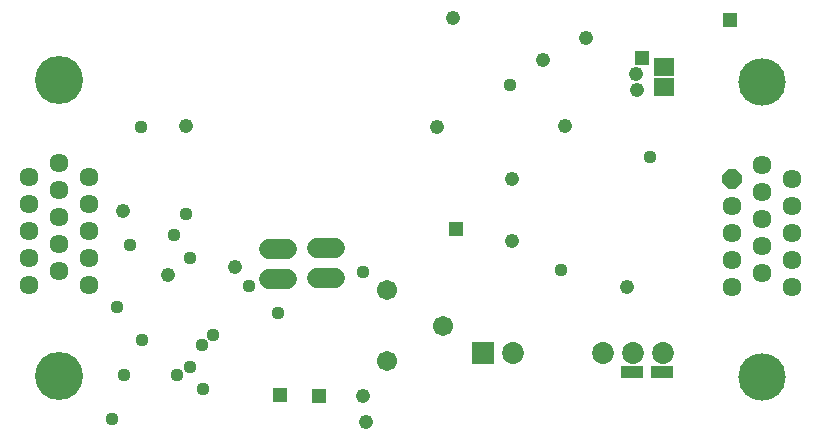
<source format=gbs>
G75*
G70*
%OFA0B0*%
%FSLAX24Y24*%
%IPPOS*%
%LPD*%
%AMOC8*
5,1,8,0,0,1.08239X$1,22.5*
%
%ADD10C,0.0634*%
%ADD11C,0.1600*%
%ADD12R,0.0671X0.0592*%
%ADD13OC8,0.0634*%
%ADD14C,0.1582*%
%ADD15C,0.0680*%
%ADD16C,0.0674*%
%ADD17R,0.0730X0.0730*%
%ADD18C,0.0730*%
%ADD19R,0.0780X0.0440*%
%ADD20C,0.0437*%
%ADD21C,0.0476*%
%ADD22R,0.0476X0.0476*%
D10*
X006062Y006197D03*
X007062Y006647D03*
X006062Y007097D03*
X007062Y007547D03*
X008062Y007997D03*
X007062Y008447D03*
X006062Y008897D03*
X007062Y009347D03*
X008062Y009797D03*
X007062Y010247D03*
X006062Y009797D03*
X008062Y008897D03*
X006062Y007997D03*
X008062Y007097D03*
X008062Y006197D03*
X029503Y006138D03*
X030503Y006588D03*
X031503Y006138D03*
X031503Y007038D03*
X030503Y007488D03*
X031503Y007938D03*
X030503Y008388D03*
X031503Y008838D03*
X030503Y009288D03*
X031503Y009738D03*
X030503Y010188D03*
X029503Y008838D03*
X029503Y007938D03*
X029503Y007038D03*
D11*
X007062Y003171D03*
X007062Y013014D03*
D12*
X027235Y012793D03*
X027235Y013462D03*
D13*
X029503Y009738D03*
D14*
X030503Y012955D03*
X030503Y003112D03*
D15*
X016248Y006427D02*
X015648Y006427D01*
X014653Y006407D02*
X014053Y006407D01*
X014053Y007407D02*
X014653Y007407D01*
X015648Y007427D02*
X016248Y007427D01*
D16*
X017995Y006022D03*
X019845Y004840D03*
X017995Y003659D03*
D17*
X021204Y003915D03*
D18*
X022204Y003915D03*
X025204Y003915D03*
X026204Y003915D03*
X027204Y003915D03*
D19*
X027168Y003305D03*
X026168Y003305D03*
D20*
X023802Y006691D03*
X017188Y006612D03*
X014373Y005273D03*
X013408Y006159D03*
X011420Y007104D03*
X010908Y007852D03*
X011302Y008561D03*
X009412Y007518D03*
X008979Y005451D03*
X009826Y004348D03*
X011834Y004191D03*
X012208Y004525D03*
X011440Y003443D03*
X011007Y003207D03*
X011853Y002734D03*
X009215Y003187D03*
X008822Y001730D03*
X026774Y010470D03*
X022109Y012852D03*
X009786Y011455D03*
D21*
X011282Y011494D03*
X009196Y008659D03*
X012936Y006789D03*
X010692Y006533D03*
X017208Y002498D03*
X017286Y001612D03*
X025995Y006120D03*
X022149Y007655D03*
X022149Y009722D03*
X023920Y011494D03*
X026341Y012695D03*
X026302Y013226D03*
X024629Y014427D03*
X023192Y013679D03*
X020180Y015096D03*
X019649Y011474D03*
D22*
X026479Y013766D03*
X029432Y015018D03*
X020298Y008069D03*
X015711Y002498D03*
X014412Y002518D03*
M02*

</source>
